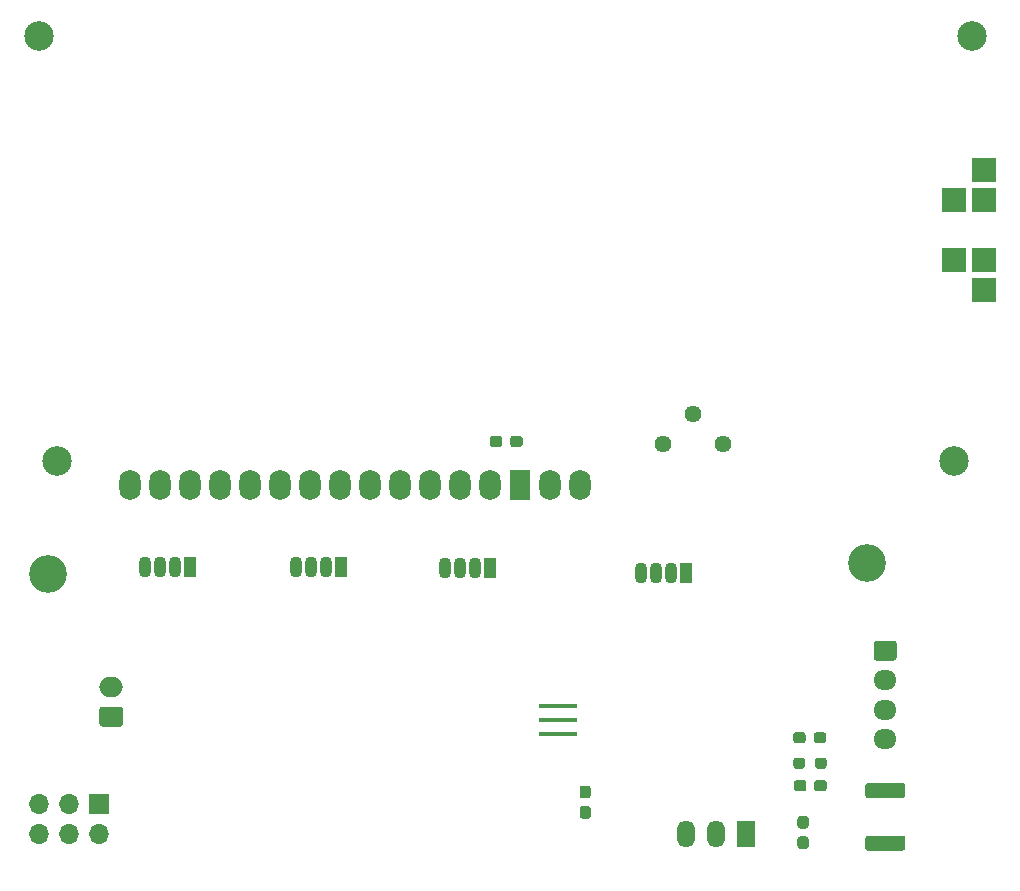
<source format=gbr>
G04 #@! TF.GenerationSoftware,KiCad,Pcbnew,5.1.7-a382d34a8~88~ubuntu18.04.1*
G04 #@! TF.CreationDate,2021-02-25T09:38:48-05:00*
G04 #@! TF.ProjectId,Dash_Left,44617368-5f4c-4656-9674-2e6b69636164,rev?*
G04 #@! TF.SameCoordinates,Original*
G04 #@! TF.FileFunction,Soldermask,Bot*
G04 #@! TF.FilePolarity,Negative*
%FSLAX46Y46*%
G04 Gerber Fmt 4.6, Leading zero omitted, Abs format (unit mm)*
G04 Created by KiCad (PCBNEW 5.1.7-a382d34a8~88~ubuntu18.04.1) date 2021-02-25 09:38:48*
%MOMM*%
%LPD*%
G01*
G04 APERTURE LIST*
%ADD10R,3.200000X0.400000*%
%ADD11R,2.000000X2.000000*%
%ADD12C,2.500000*%
%ADD13O,1.800000X2.600000*%
%ADD14R,1.800000X2.600000*%
%ADD15O,1.500000X2.300000*%
%ADD16R,1.500000X2.300000*%
%ADD17C,1.440000*%
%ADD18O,2.000000X1.700000*%
%ADD19O,1.700000X1.700000*%
%ADD20R,1.700000X1.700000*%
%ADD21O,1.950000X1.700000*%
%ADD22C,3.200000*%
%ADD23O,1.070000X1.800000*%
%ADD24R,1.070000X1.800000*%
G04 APERTURE END LIST*
D10*
X156210000Y-103194000D03*
X156210000Y-104394000D03*
X156210000Y-105594000D03*
D11*
X192251500Y-67998500D03*
X192251500Y-65458500D03*
X189711500Y-65458500D03*
X189711500Y-60378500D03*
X192251500Y-60378500D03*
X192251500Y-57838500D03*
D12*
X189751500Y-82518500D03*
X191251500Y-46518500D03*
X112251500Y-46518500D03*
X113751500Y-82518500D03*
D13*
X155506420Y-84515960D03*
X158051500Y-84518500D03*
X119951500Y-84518500D03*
X122486420Y-84515960D03*
X125031500Y-84518500D03*
X127571500Y-84518500D03*
X130111500Y-84518500D03*
X132651500Y-84518500D03*
X135191500Y-84518500D03*
X137731500Y-84518500D03*
X140271500Y-84518500D03*
X142811500Y-84518500D03*
X145351500Y-84518500D03*
X147891500Y-84518500D03*
X150431500Y-84518500D03*
D14*
X152971500Y-84518500D03*
D15*
X167005000Y-114109500D03*
X169545000Y-114109500D03*
D16*
X172085000Y-114109500D03*
D17*
X165100000Y-81089500D03*
X167640000Y-78549500D03*
X170180000Y-81089500D03*
G36*
G01*
X177097500Y-107839500D02*
X177097500Y-108314500D01*
G75*
G02*
X176860000Y-108552000I-237500J0D01*
G01*
X176360000Y-108552000D01*
G75*
G02*
X176122500Y-108314500I0J237500D01*
G01*
X176122500Y-107839500D01*
G75*
G02*
X176360000Y-107602000I237500J0D01*
G01*
X176860000Y-107602000D01*
G75*
G02*
X177097500Y-107839500I0J-237500D01*
G01*
G37*
G36*
G01*
X178922500Y-107839500D02*
X178922500Y-108314500D01*
G75*
G02*
X178685000Y-108552000I-237500J0D01*
G01*
X178185000Y-108552000D01*
G75*
G02*
X177947500Y-108314500I0J237500D01*
G01*
X177947500Y-107839500D01*
G75*
G02*
X178185000Y-107602000I237500J0D01*
G01*
X178685000Y-107602000D01*
G75*
G02*
X178922500Y-107839500I0J-237500D01*
G01*
G37*
D18*
X118364000Y-101640000D03*
G36*
G01*
X119114000Y-104990000D02*
X117614000Y-104990000D01*
G75*
G02*
X117364000Y-104740000I0J250000D01*
G01*
X117364000Y-103540000D01*
G75*
G02*
X117614000Y-103290000I250000J0D01*
G01*
X119114000Y-103290000D01*
G75*
G02*
X119364000Y-103540000I0J-250000D01*
G01*
X119364000Y-104740000D01*
G75*
G02*
X119114000Y-104990000I-250000J0D01*
G01*
G37*
D19*
X112268000Y-114046000D03*
X112268000Y-111506000D03*
X114808000Y-114046000D03*
X114808000Y-111506000D03*
X117348000Y-114046000D03*
D20*
X117348000Y-111506000D03*
D21*
X183896000Y-106052000D03*
X183896000Y-103552000D03*
X183896000Y-101052000D03*
G36*
G01*
X183171000Y-97702000D02*
X184621000Y-97702000D01*
G75*
G02*
X184871000Y-97952000I0J-250000D01*
G01*
X184871000Y-99152000D01*
G75*
G02*
X184621000Y-99402000I-250000J0D01*
G01*
X183171000Y-99402000D01*
G75*
G02*
X182921000Y-99152000I0J250000D01*
G01*
X182921000Y-97952000D01*
G75*
G02*
X183171000Y-97702000I250000J0D01*
G01*
G37*
D22*
X113030000Y-92075000D03*
X182308500Y-91122500D03*
G36*
G01*
X185346000Y-111048600D02*
X182446000Y-111048600D01*
G75*
G02*
X182196000Y-110798600I0J250000D01*
G01*
X182196000Y-109998600D01*
G75*
G02*
X182446000Y-109748600I250000J0D01*
G01*
X185346000Y-109748600D01*
G75*
G02*
X185596000Y-109998600I0J-250000D01*
G01*
X185596000Y-110798600D01*
G75*
G02*
X185346000Y-111048600I-250000J0D01*
G01*
G37*
G36*
G01*
X185346000Y-115498600D02*
X182446000Y-115498600D01*
G75*
G02*
X182196000Y-115248600I0J250000D01*
G01*
X182196000Y-114448600D01*
G75*
G02*
X182446000Y-114198600I250000J0D01*
G01*
X185346000Y-114198600D01*
G75*
G02*
X185596000Y-114448600I0J-250000D01*
G01*
X185596000Y-115248600D01*
G75*
G02*
X185346000Y-115498600I-250000J0D01*
G01*
G37*
D23*
X121221500Y-91503500D03*
X122491500Y-91503500D03*
X123761500Y-91503500D03*
D24*
X125031500Y-91503500D03*
D23*
X133985000Y-91503500D03*
X135255000Y-91503500D03*
X136525000Y-91503500D03*
D24*
X137795000Y-91503500D03*
D23*
X146621500Y-91567000D03*
X147891500Y-91567000D03*
X149161500Y-91567000D03*
D24*
X150431500Y-91567000D03*
D23*
X163195000Y-91948000D03*
X164465000Y-91948000D03*
X165735000Y-91948000D03*
D24*
X167005000Y-91948000D03*
G36*
G01*
X177854120Y-106155500D02*
X177854120Y-105680500D01*
G75*
G02*
X178091620Y-105443000I237500J0D01*
G01*
X178666620Y-105443000D01*
G75*
G02*
X178904120Y-105680500I0J-237500D01*
G01*
X178904120Y-106155500D01*
G75*
G02*
X178666620Y-106393000I-237500J0D01*
G01*
X178091620Y-106393000D01*
G75*
G02*
X177854120Y-106155500I0J237500D01*
G01*
G37*
G36*
G01*
X176104120Y-106155500D02*
X176104120Y-105680500D01*
G75*
G02*
X176341620Y-105443000I237500J0D01*
G01*
X176916620Y-105443000D01*
G75*
G02*
X177154120Y-105680500I0J-237500D01*
G01*
X177154120Y-106155500D01*
G75*
G02*
X176916620Y-106393000I-237500J0D01*
G01*
X176341620Y-106393000D01*
G75*
G02*
X176104120Y-106155500I0J237500D01*
G01*
G37*
G36*
G01*
X158733500Y-111054000D02*
X158258500Y-111054000D01*
G75*
G02*
X158021000Y-110816500I0J237500D01*
G01*
X158021000Y-110216500D01*
G75*
G02*
X158258500Y-109979000I237500J0D01*
G01*
X158733500Y-109979000D01*
G75*
G02*
X158971000Y-110216500I0J-237500D01*
G01*
X158971000Y-110816500D01*
G75*
G02*
X158733500Y-111054000I-237500J0D01*
G01*
G37*
G36*
G01*
X158733500Y-112779000D02*
X158258500Y-112779000D01*
G75*
G02*
X158021000Y-112541500I0J237500D01*
G01*
X158021000Y-111941500D01*
G75*
G02*
X158258500Y-111704000I237500J0D01*
G01*
X158733500Y-111704000D01*
G75*
G02*
X158971000Y-111941500I0J-237500D01*
G01*
X158971000Y-112541500D01*
G75*
G02*
X158733500Y-112779000I-237500J0D01*
G01*
G37*
G36*
G01*
X177871000Y-110219500D02*
X177871000Y-109744500D01*
G75*
G02*
X178108500Y-109507000I237500J0D01*
G01*
X178708500Y-109507000D01*
G75*
G02*
X178946000Y-109744500I0J-237500D01*
G01*
X178946000Y-110219500D01*
G75*
G02*
X178708500Y-110457000I-237500J0D01*
G01*
X178108500Y-110457000D01*
G75*
G02*
X177871000Y-110219500I0J237500D01*
G01*
G37*
G36*
G01*
X176146000Y-110219500D02*
X176146000Y-109744500D01*
G75*
G02*
X176383500Y-109507000I237500J0D01*
G01*
X176983500Y-109507000D01*
G75*
G02*
X177221000Y-109744500I0J-237500D01*
G01*
X177221000Y-110219500D01*
G75*
G02*
X176983500Y-110457000I-237500J0D01*
G01*
X176383500Y-110457000D01*
G75*
G02*
X176146000Y-110219500I0J237500D01*
G01*
G37*
G36*
G01*
X152127000Y-81073000D02*
X152127000Y-80598000D01*
G75*
G02*
X152364500Y-80360500I237500J0D01*
G01*
X152964500Y-80360500D01*
G75*
G02*
X153202000Y-80598000I0J-237500D01*
G01*
X153202000Y-81073000D01*
G75*
G02*
X152964500Y-81310500I-237500J0D01*
G01*
X152364500Y-81310500D01*
G75*
G02*
X152127000Y-81073000I0J237500D01*
G01*
G37*
G36*
G01*
X150402000Y-81073000D02*
X150402000Y-80598000D01*
G75*
G02*
X150639500Y-80360500I237500J0D01*
G01*
X151239500Y-80360500D01*
G75*
G02*
X151477000Y-80598000I0J-237500D01*
G01*
X151477000Y-81073000D01*
G75*
G02*
X151239500Y-81310500I-237500J0D01*
G01*
X150639500Y-81310500D01*
G75*
G02*
X150402000Y-81073000I0J237500D01*
G01*
G37*
G36*
G01*
X177173900Y-113618300D02*
X176698900Y-113618300D01*
G75*
G02*
X176461400Y-113380800I0J237500D01*
G01*
X176461400Y-112780800D01*
G75*
G02*
X176698900Y-112543300I237500J0D01*
G01*
X177173900Y-112543300D01*
G75*
G02*
X177411400Y-112780800I0J-237500D01*
G01*
X177411400Y-113380800D01*
G75*
G02*
X177173900Y-113618300I-237500J0D01*
G01*
G37*
G36*
G01*
X177173900Y-115343300D02*
X176698900Y-115343300D01*
G75*
G02*
X176461400Y-115105800I0J237500D01*
G01*
X176461400Y-114505800D01*
G75*
G02*
X176698900Y-114268300I237500J0D01*
G01*
X177173900Y-114268300D01*
G75*
G02*
X177411400Y-114505800I0J-237500D01*
G01*
X177411400Y-115105800D01*
G75*
G02*
X177173900Y-115343300I-237500J0D01*
G01*
G37*
M02*

</source>
